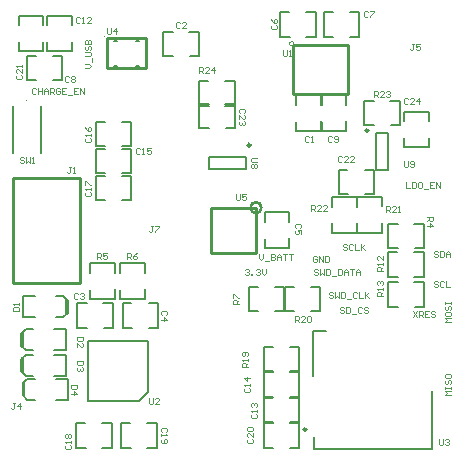
<source format=gto>
G04 Layer_Color=65535*
%FSLAX25Y25*%
%MOIN*%
G70*
G01*
G75*
%ADD28C,0.01000*%
%ADD29C,0.00600*%
%ADD47C,0.00492*%
%ADD48C,0.00984*%
%ADD49C,0.00394*%
%ADD50C,0.00787*%
%ADD51C,0.00500*%
%ADD52C,0.00300*%
D28*
X84303Y82500D02*
G03*
X84303Y82500I-1803J0D01*
G01*
X94800Y120300D02*
Y136700D01*
Y120300D02*
X113200D01*
Y136700D01*
X94800D02*
X113200D01*
X67500Y67500D02*
X82500D01*
Y82500D01*
X67500D02*
X82500D01*
X67500Y67500D02*
Y82500D01*
X1500Y92500D02*
X24000D01*
X1500Y57500D02*
Y92500D01*
Y57500D02*
X24000D01*
Y92500D01*
X45866Y128941D02*
Y138941D01*
X32866Y128941D02*
X45866D01*
X32866D02*
Y138941D01*
X45866D01*
D29*
X63595Y116366D02*
Y124634D01*
X75406Y116366D02*
Y124634D01*
X63595Y116366D02*
X66744D01*
X63595Y124634D02*
X66547D01*
X72256D02*
X75406D01*
X72256Y116366D02*
X75406D01*
X130405Y109866D02*
Y118134D01*
X118595Y109866D02*
Y118134D01*
X127256D02*
X130405D01*
X127453Y109866D02*
X130405D01*
X118595D02*
X121744D01*
X118595Y118134D02*
X121744D01*
X63595Y117134D02*
X66744D01*
X63595Y108866D02*
X66744D01*
X72453D02*
X75406D01*
X72256Y117134D02*
X75406D01*
X63595Y108866D02*
Y117134D01*
X75406Y108866D02*
Y117134D01*
X107811Y85905D02*
X116079D01*
X107811Y74094D02*
X116079D01*
X107811Y82756D02*
Y85905D01*
X116079Y82953D02*
Y85905D01*
Y74094D02*
Y77244D01*
X107811Y74094D02*
Y77244D01*
X116311Y85905D02*
X124579D01*
X116311Y74094D02*
X124579D01*
X116311Y82756D02*
Y85905D01*
X124579Y82953D02*
Y85905D01*
Y74094D02*
Y77244D01*
X116311Y74094D02*
Y77244D01*
X131866Y102539D02*
Y105689D01*
X140134Y102539D02*
Y105689D01*
Y111398D02*
Y114350D01*
X131866Y111201D02*
Y114350D01*
Y102539D02*
X140134D01*
X131866Y114350D02*
X140134D01*
X118701Y86866D02*
X121850D01*
X118701Y95134D02*
X121850D01*
X110039D02*
X112992D01*
X110039Y86866D02*
X113189D01*
X121850D02*
Y95134D01*
X110039Y86866D02*
Y95134D01*
X103905Y47866D02*
Y56134D01*
X92094Y47866D02*
Y56134D01*
X100756D02*
X103905D01*
X100953Y47866D02*
X103905D01*
X92094D02*
X95244D01*
X92094Y56134D02*
X95244D01*
X85094Y27866D02*
Y36134D01*
X96905Y27866D02*
Y36134D01*
X85094Y27866D02*
X88244D01*
X85094Y36134D02*
X88047D01*
X93756D02*
X96905D01*
X93756Y27866D02*
X96905D01*
X138406Y49366D02*
Y57634D01*
X126594Y49366D02*
Y57634D01*
X135256D02*
X138406D01*
X135453Y49366D02*
X138406D01*
X126594D02*
X129744D01*
X126594Y57634D02*
X129744D01*
X126594Y59366D02*
Y67634D01*
X138406Y59366D02*
Y67634D01*
X126594Y59366D02*
X129744D01*
X126594Y67634D02*
X129547D01*
X135256D02*
X138406D01*
X135256Y59366D02*
X138406D01*
X80094Y47866D02*
Y56134D01*
X91905Y47866D02*
Y56134D01*
X80094Y47866D02*
X83244D01*
X80094Y56134D02*
X83047D01*
X88756D02*
X91905D01*
X88756Y47866D02*
X91905D01*
X37311Y52095D02*
X45579D01*
X37311Y63906D02*
X45579D01*
Y52095D02*
Y55244D01*
X37311Y52095D02*
Y55047D01*
Y60756D02*
Y63906D01*
X45579Y60756D02*
Y63906D01*
X27311Y52095D02*
X35579D01*
X27311Y63906D02*
X35579D01*
Y52095D02*
Y55244D01*
X27311Y52095D02*
Y55047D01*
Y60756D02*
Y63906D01*
X35579Y60756D02*
Y63906D01*
X138406Y68866D02*
Y77134D01*
X126594Y68866D02*
Y77134D01*
X135256D02*
X138406D01*
X135453Y68866D02*
X138406D01*
X126594D02*
X129744D01*
X126594Y77134D02*
X129744D01*
X3366Y134539D02*
Y137689D01*
X11634Y134539D02*
Y137689D01*
Y143398D02*
Y146350D01*
X3366Y143201D02*
Y146350D01*
Y134539D02*
X11634D01*
X3366Y146350D02*
X11634D01*
X85094Y10634D02*
X88244D01*
X85094Y2366D02*
X88244D01*
X93953D02*
X96905D01*
X93756Y10634D02*
X96905D01*
X85094Y2366D02*
Y10634D01*
X96905Y2366D02*
Y10634D01*
X46201Y2366D02*
X49350D01*
X46201Y10634D02*
X49350D01*
X37539D02*
X40492D01*
X37539Y2366D02*
X40689D01*
X49350D02*
Y10634D01*
X37539Y2366D02*
Y10634D01*
X31311Y2366D02*
X34461D01*
X31311Y10634D02*
X34461D01*
X22650D02*
X25602D01*
X22650Y2366D02*
X25799D01*
X34461D02*
Y10634D01*
X22650Y2366D02*
Y10634D01*
X37756Y84866D02*
X40905D01*
X37756Y93134D02*
X40905D01*
X29094D02*
X32047D01*
X29094Y84866D02*
X32244D01*
X40905D02*
Y93134D01*
X29094Y84866D02*
Y93134D01*
X37756Y102866D02*
X40905D01*
X37756Y111134D02*
X40905D01*
X29094D02*
X32047D01*
X29094Y102866D02*
X32244D01*
X40905D02*
Y111134D01*
X29094Y102866D02*
Y111134D01*
Y102134D02*
X32244D01*
X29094Y93866D02*
X32244D01*
X37953D02*
X40905D01*
X37756Y102134D02*
X40905D01*
X29094Y93866D02*
Y102134D01*
X40905Y93866D02*
Y102134D01*
X93756Y19366D02*
X96905D01*
X93756Y27634D02*
X96905D01*
X85094D02*
X88047D01*
X85094Y19366D02*
X88244D01*
X96905D02*
Y27634D01*
X85094Y19366D02*
Y27634D01*
X93701Y10866D02*
X96850D01*
X93701Y19134D02*
X96850D01*
X85039D02*
X87992D01*
X85039Y10866D02*
X88189D01*
X96850D02*
Y19134D01*
X85039Y10866D02*
Y19134D01*
X21134Y143311D02*
Y146461D01*
X12866Y143311D02*
Y146461D01*
Y134650D02*
Y137602D01*
X21134Y134650D02*
Y137799D01*
X12866Y146461D02*
X21134D01*
X12866Y134650D02*
X21134D01*
X112634Y116756D02*
Y119905D01*
X104366Y116756D02*
Y119905D01*
Y108095D02*
Y111047D01*
X112634Y108095D02*
Y111244D01*
X104366Y119905D02*
X112634D01*
X104366Y108095D02*
X112634D01*
X6095Y133134D02*
X9244D01*
X6095Y124866D02*
X9244D01*
X14953D02*
X17906D01*
X14756Y133134D02*
X17906D01*
X6095Y124866D02*
Y133134D01*
X17906Y124866D02*
Y133134D01*
X105095Y147634D02*
X108244D01*
X105095Y139366D02*
X108244D01*
X113953D02*
X116905D01*
X113756Y147634D02*
X116905D01*
X105095Y139366D02*
Y147634D01*
X116905Y139366D02*
Y147634D01*
X99256Y139366D02*
X102406D01*
X99256Y147634D02*
X102406D01*
X90595D02*
X93547D01*
X90595Y139366D02*
X93744D01*
X102406D02*
Y147634D01*
X90595Y139366D02*
Y147634D01*
X93634Y77756D02*
Y80905D01*
X85366Y77756D02*
Y80905D01*
Y69095D02*
Y72047D01*
X93634Y69095D02*
Y72244D01*
X85366Y80905D02*
X93634D01*
X85366Y69095D02*
X93634D01*
X46701Y42366D02*
X49850D01*
X46701Y50634D02*
X49850D01*
X38039D02*
X40992D01*
X38039Y42366D02*
X41189D01*
X49850D02*
Y50634D01*
X38039Y42366D02*
Y50634D01*
X22984D02*
X26134D01*
X22984Y42366D02*
X26134D01*
X31842D02*
X34795D01*
X31646Y50634D02*
X34795D01*
X22984Y42366D02*
Y50634D01*
X34795Y42366D02*
Y50634D01*
X51595Y141134D02*
X54744D01*
X51595Y132866D02*
X54744D01*
X60453D02*
X63406D01*
X60256Y141134D02*
X63406D01*
X51595Y132866D02*
Y141134D01*
X63406Y132866D02*
Y141134D01*
X104134Y116756D02*
Y119905D01*
X95866Y116756D02*
Y119905D01*
Y108095D02*
Y111047D01*
X104134Y108095D02*
Y111244D01*
X95866Y119905D02*
X104134D01*
X95866Y108095D02*
X104134D01*
D47*
X95135Y137100D02*
G03*
X95135Y137100I-735J0D01*
G01*
D48*
X80677Y103307D02*
G03*
X80677Y103307I-492J0D01*
G01*
X119953Y108248D02*
G03*
X119953Y108248I-492J0D01*
G01*
X99354Y8543D02*
G03*
X99354Y8543I-492J0D01*
G01*
D49*
X6197Y118342D02*
G03*
X6197Y118342I-197J0D01*
G01*
X32063Y139441D02*
G03*
X32063Y139441I-197J0D01*
G01*
D50*
X66898Y95531D02*
X79102D01*
X66898Y99468D02*
X79102D01*
X66898Y95531D02*
Y99468D01*
X79102Y95531D02*
Y99468D01*
X126449Y95157D02*
Y107362D01*
X122512Y95157D02*
Y107362D01*
Y95157D02*
X126449D01*
X122512Y107362D02*
X126449D01*
X1500Y100626D02*
Y116374D01*
X10921Y100626D02*
Y116374D01*
X101815Y2089D02*
X141185D01*
X101815D02*
Y6163D01*
X141185Y2089D02*
Y21500D01*
X101500Y26500D02*
Y41500D01*
X106000D01*
X26500Y18000D02*
X43500D01*
X46500Y21000D01*
Y38000D01*
X26500Y18000D02*
Y38000D01*
X46500D01*
X35232Y138075D02*
X36217D01*
X42516D02*
X43500D01*
X35232Y129807D02*
X36217D01*
X42516D02*
X43500D01*
D51*
X5200Y19600D02*
Y24400D01*
X6300Y25500D02*
X8750D01*
X19750Y18500D02*
Y25500D01*
X15750D02*
X19750D01*
X6300Y18500D02*
X8750D01*
X15750D02*
X19750D01*
X4800Y20000D02*
X6300Y18500D01*
X4800Y20000D02*
Y24000D01*
X6300Y25500D01*
X4700Y27600D02*
Y32400D01*
X5800Y33500D02*
X8250D01*
X19250Y26500D02*
Y33500D01*
X15250D02*
X19250D01*
X5800Y26500D02*
X8250D01*
X15250D02*
X19250D01*
X4300Y28000D02*
X5800Y26500D01*
X4300Y28000D02*
Y32000D01*
X5800Y33500D01*
X4700Y36100D02*
Y40900D01*
X5800Y42000D02*
X8250D01*
X19250Y35000D02*
Y42000D01*
X15250D02*
X19250D01*
X5800Y35000D02*
X8250D01*
X15250D02*
X19250D01*
X4300Y36500D02*
X5800Y35000D01*
X4300Y36500D02*
Y40500D01*
X5800Y42000D01*
X19300Y47100D02*
Y51900D01*
X15750Y46000D02*
X18200D01*
X4750D02*
Y53000D01*
Y46000D02*
X8750D01*
X15750Y53000D02*
X18200D01*
X4750D02*
X8750D01*
X18200D02*
X19700Y51500D01*
Y47500D02*
Y51500D01*
X18200Y46000D02*
X19700Y47500D01*
D52*
X143333Y67666D02*
X143000Y67999D01*
X142333D01*
X142000Y67666D01*
Y67333D01*
X142333Y67000D01*
X143000D01*
X143333Y66666D01*
Y66333D01*
X143000Y66000D01*
X142333D01*
X142000Y66333D01*
X143999Y67999D02*
Y66000D01*
X144999D01*
X145332Y66333D01*
Y67666D01*
X144999Y67999D01*
X143999D01*
X145999Y66000D02*
Y67333D01*
X146665Y67999D01*
X147332Y67333D01*
Y66000D01*
Y67000D01*
X145999D01*
X25501Y129000D02*
X26834D01*
X27500Y129666D01*
X26834Y130333D01*
X25501D01*
X27833Y130999D02*
Y132332D01*
X25501Y132999D02*
X27167D01*
X27500Y133332D01*
Y133998D01*
X27167Y134332D01*
X25501D01*
X25834Y136331D02*
X25501Y135998D01*
Y135331D01*
X25834Y134998D01*
X26167D01*
X26500Y135331D01*
Y135998D01*
X26834Y136331D01*
X27167D01*
X27500Y135998D01*
Y135331D01*
X27167Y134998D01*
X25501Y136997D02*
X27500D01*
Y137997D01*
X27167Y138330D01*
X26834D01*
X26500Y137997D01*
Y136997D01*
Y137997D01*
X26167Y138330D01*
X25834D01*
X25501Y137997D01*
Y136997D01*
X79000Y61666D02*
X79333Y61999D01*
X80000D01*
X80333Y61666D01*
Y61333D01*
X80000Y61000D01*
X79666D01*
X80000D01*
X80333Y60666D01*
Y60333D01*
X80000Y60000D01*
X79333D01*
X79000Y60333D01*
X80999Y60000D02*
Y60333D01*
X81333D01*
Y60000D01*
X80999D01*
X82665Y61666D02*
X82999Y61999D01*
X83665D01*
X83998Y61666D01*
Y61333D01*
X83665Y61000D01*
X83332D01*
X83665D01*
X83998Y60666D01*
Y60333D01*
X83665Y60000D01*
X82999D01*
X82665Y60333D01*
X84665Y61999D02*
Y60666D01*
X85331Y60000D01*
X85998Y60666D01*
Y61999D01*
X83500Y66999D02*
Y65666D01*
X84166Y65000D01*
X84833Y65666D01*
Y66999D01*
X85499Y64667D02*
X86832D01*
X87499Y66999D02*
Y65000D01*
X88498D01*
X88832Y65333D01*
Y65666D01*
X88498Y66000D01*
X87499D01*
X88498D01*
X88832Y66333D01*
Y66666D01*
X88498Y66999D01*
X87499D01*
X89498Y65000D02*
Y66333D01*
X90165Y66999D01*
X90831Y66333D01*
Y65000D01*
Y66000D01*
X89498D01*
X91497Y66999D02*
X92830D01*
X92164D01*
Y65000D01*
X93497Y66999D02*
X94830D01*
X94163D01*
Y65000D01*
X9333Y122166D02*
X9000Y122499D01*
X8333D01*
X8000Y122166D01*
Y120833D01*
X8333Y120500D01*
X9000D01*
X9333Y120833D01*
X9999Y122499D02*
Y120500D01*
Y121500D01*
X11332D01*
Y122499D01*
Y120500D01*
X11999D02*
Y121833D01*
X12665Y122499D01*
X13332Y121833D01*
Y120500D01*
Y121500D01*
X11999D01*
X13998Y120500D02*
Y122499D01*
X14998D01*
X15331Y122166D01*
Y121500D01*
X14998Y121167D01*
X13998D01*
X14664D02*
X15331Y120500D01*
X17330Y122166D02*
X16997Y122499D01*
X16331D01*
X15997Y122166D01*
Y120833D01*
X16331Y120500D01*
X16997D01*
X17330Y120833D01*
Y121500D01*
X16664D01*
X19330Y122499D02*
X17997D01*
Y120500D01*
X19330D01*
X17997Y121500D02*
X18663D01*
X19996Y120167D02*
X21329D01*
X23328Y122499D02*
X21995D01*
Y120500D01*
X23328D01*
X21995Y121500D02*
X22662D01*
X23995Y120500D02*
Y122499D01*
X25328Y120500D01*
Y122499D01*
X132500Y90999D02*
Y89000D01*
X133833D01*
X134499Y90999D02*
Y89000D01*
X135499D01*
X135832Y89333D01*
Y90666D01*
X135499Y90999D01*
X134499D01*
X137498D02*
X136832D01*
X136499Y90666D01*
Y89333D01*
X136832Y89000D01*
X137498D01*
X137832Y89333D01*
Y90666D01*
X137498Y90999D01*
X138498Y88667D02*
X139831D01*
X141830Y90999D02*
X140497D01*
Y89000D01*
X141830D01*
X140497Y90000D02*
X141164D01*
X142497Y89000D02*
Y90999D01*
X143830Y89000D01*
Y90999D01*
X102833Y66166D02*
X102500Y66499D01*
X101833D01*
X101500Y66166D01*
Y64833D01*
X101833Y64500D01*
X102500D01*
X102833Y64833D01*
Y65500D01*
X102166D01*
X103499Y64500D02*
Y66499D01*
X104832Y64500D01*
Y66499D01*
X105499D02*
Y64500D01*
X106498D01*
X106832Y64833D01*
Y66166D01*
X106498Y66499D01*
X105499D01*
X108333Y54166D02*
X108000Y54499D01*
X107333D01*
X107000Y54166D01*
Y53833D01*
X107333Y53500D01*
X108000D01*
X108333Y53166D01*
Y52833D01*
X108000Y52500D01*
X107333D01*
X107000Y52833D01*
X108999Y54499D02*
Y52500D01*
X109666Y53166D01*
X110332Y52500D01*
Y54499D01*
X110999D02*
Y52500D01*
X111998D01*
X112332Y52833D01*
Y54166D01*
X111998Y54499D01*
X110999D01*
X112998Y52167D02*
X114331D01*
X116330Y54166D02*
X115997Y54499D01*
X115331D01*
X114997Y54166D01*
Y52833D01*
X115331Y52500D01*
X115997D01*
X116330Y52833D01*
X116997Y54499D02*
Y52500D01*
X118330D01*
X118996Y54499D02*
Y52500D01*
Y53166D01*
X120329Y54499D01*
X119329Y53500D01*
X120329Y52500D01*
X143333Y57666D02*
X143000Y57999D01*
X142333D01*
X142000Y57666D01*
Y57333D01*
X142333Y57000D01*
X143000D01*
X143333Y56666D01*
Y56333D01*
X143000Y56000D01*
X142333D01*
X142000Y56333D01*
X145332Y57666D02*
X144999Y57999D01*
X144333D01*
X143999Y57666D01*
Y56333D01*
X144333Y56000D01*
X144999D01*
X145332Y56333D01*
X145999Y57999D02*
Y56000D01*
X147332D01*
X103333Y61666D02*
X103000Y61999D01*
X102333D01*
X102000Y61666D01*
Y61333D01*
X102333Y61000D01*
X103000D01*
X103333Y60666D01*
Y60333D01*
X103000Y60000D01*
X102333D01*
X102000Y60333D01*
X103999Y61999D02*
Y60000D01*
X104666Y60666D01*
X105332Y60000D01*
Y61999D01*
X105999D02*
Y60000D01*
X106998D01*
X107332Y60333D01*
Y61666D01*
X106998Y61999D01*
X105999D01*
X107998Y59667D02*
X109331D01*
X109997Y61999D02*
Y60000D01*
X110997D01*
X111330Y60333D01*
Y61666D01*
X110997Y61999D01*
X109997D01*
X111997Y60000D02*
Y61333D01*
X112663Y61999D01*
X113330Y61333D01*
Y60000D01*
Y61000D01*
X111997D01*
X113996Y61999D02*
X115329D01*
X114663D01*
Y60000D01*
X115996D02*
Y61333D01*
X116662Y61999D01*
X117328Y61333D01*
Y60000D01*
Y61000D01*
X115996D01*
X135000Y47999D02*
X136333Y46000D01*
Y47999D02*
X135000Y46000D01*
X136999D02*
Y47999D01*
X137999D01*
X138332Y47666D01*
Y47000D01*
X137999Y46666D01*
X136999D01*
X137666D02*
X138332Y46000D01*
X140332Y47999D02*
X138999D01*
Y46000D01*
X140332D01*
X138999Y47000D02*
X139665D01*
X142331Y47666D02*
X141998Y47999D01*
X141331D01*
X140998Y47666D01*
Y47333D01*
X141331Y47000D01*
X141998D01*
X142331Y46666D01*
Y46333D01*
X141998Y46000D01*
X141331D01*
X140998Y46333D01*
X112833Y70166D02*
X112500Y70499D01*
X111833D01*
X111500Y70166D01*
Y69833D01*
X111833Y69500D01*
X112500D01*
X112833Y69166D01*
Y68833D01*
X112500Y68500D01*
X111833D01*
X111500Y68833D01*
X114832Y70166D02*
X114499Y70499D01*
X113833D01*
X113499Y70166D01*
Y68833D01*
X113833Y68500D01*
X114499D01*
X114832Y68833D01*
X115499Y70499D02*
Y68500D01*
X116832D01*
X117498Y70499D02*
Y68500D01*
Y69166D01*
X118831Y70499D01*
X117831Y69500D01*
X118831Y68500D01*
X111833Y49166D02*
X111500Y49499D01*
X110833D01*
X110500Y49166D01*
Y48833D01*
X110833Y48500D01*
X111500D01*
X111833Y48166D01*
Y47833D01*
X111500Y47500D01*
X110833D01*
X110500Y47833D01*
X112499Y49499D02*
Y47500D01*
X113499D01*
X113832Y47833D01*
Y49166D01*
X113499Y49499D01*
X112499D01*
X114499Y47167D02*
X115832D01*
X117831Y49166D02*
X117498Y49499D01*
X116831D01*
X116498Y49166D01*
Y47833D01*
X116831Y47500D01*
X117498D01*
X117831Y47833D01*
X119830Y49166D02*
X119497Y49499D01*
X118831D01*
X118497Y49166D01*
Y48833D01*
X118831Y48500D01*
X119497D01*
X119830Y48166D01*
Y47833D01*
X119497Y47500D01*
X118831D01*
X118497Y47833D01*
X147500Y44500D02*
X145501D01*
X146167Y45166D01*
X145501Y45833D01*
X147500D01*
X145501Y47499D02*
Y46833D01*
X145834Y46499D01*
X147167D01*
X147500Y46833D01*
Y47499D01*
X147167Y47832D01*
X145834D01*
X145501Y47499D01*
X145834Y49832D02*
X145501Y49498D01*
Y48832D01*
X145834Y48499D01*
X146167D01*
X146500Y48832D01*
Y49498D01*
X146834Y49832D01*
X147167D01*
X147500Y49498D01*
Y48832D01*
X147167Y48499D01*
X145501Y50498D02*
Y51165D01*
Y50831D01*
X147500D01*
Y50498D01*
Y51165D01*
Y20000D02*
X145501D01*
X146167Y20666D01*
X145501Y21333D01*
X147500D01*
X145501Y21999D02*
Y22666D01*
Y22333D01*
X147500D01*
Y21999D01*
Y22666D01*
X145834Y24998D02*
X145501Y24665D01*
Y23999D01*
X145834Y23665D01*
X146167D01*
X146500Y23999D01*
Y24665D01*
X146834Y24998D01*
X147167D01*
X147500Y24665D01*
Y23999D01*
X147167Y23665D01*
X145501Y26665D02*
Y25998D01*
X145834Y25665D01*
X147167D01*
X147500Y25998D01*
Y26665D01*
X147167Y26998D01*
X145834D01*
X145501Y26665D01*
X63600Y127200D02*
Y129199D01*
X64600D01*
X64933Y128866D01*
Y128200D01*
X64600Y127866D01*
X63600D01*
X64266D02*
X64933Y127200D01*
X66932D02*
X65599D01*
X66932Y128533D01*
Y128866D01*
X66599Y129199D01*
X65933D01*
X65599Y128866D01*
X68598Y127200D02*
Y129199D01*
X67599Y128200D01*
X68932D01*
X122000Y119500D02*
Y121499D01*
X123000D01*
X123333Y121166D01*
Y120500D01*
X123000Y120167D01*
X122000D01*
X122667D02*
X123333Y119500D01*
X125332D02*
X123999D01*
X125332Y120833D01*
Y121166D01*
X124999Y121499D01*
X124333D01*
X123999Y121166D01*
X125999D02*
X126332Y121499D01*
X126998D01*
X127332Y121166D01*
Y120833D01*
X126998Y120500D01*
X126665D01*
X126998D01*
X127332Y120167D01*
Y119833D01*
X126998Y119500D01*
X126332D01*
X125999Y119833D01*
X78611Y114167D02*
X78944Y114500D01*
Y115167D01*
X78611Y115500D01*
X77278D01*
X76945Y115167D01*
Y114500D01*
X77278Y114167D01*
X76945Y112168D02*
Y113501D01*
X78278Y112168D01*
X78611D01*
X78944Y112501D01*
Y113167D01*
X78611Y113501D01*
Y111501D02*
X78944Y111168D01*
Y110502D01*
X78611Y110168D01*
X78278D01*
X77945Y110502D01*
Y110835D01*
Y110502D01*
X77611Y110168D01*
X77278D01*
X76945Y110502D01*
Y111168D01*
X77278Y111501D01*
X82999Y99000D02*
X81333D01*
X81000Y98667D01*
Y98000D01*
X81333Y97667D01*
X82999D01*
X82666Y97001D02*
X82999Y96667D01*
Y96001D01*
X82666Y95668D01*
X82333D01*
X82000Y96001D01*
X81666Y95668D01*
X81333D01*
X81000Y96001D01*
Y96667D01*
X81333Y97001D01*
X81666D01*
X82000Y96667D01*
X82333Y97001D01*
X82666D01*
X82000Y96667D02*
Y96001D01*
X101000Y81500D02*
Y83499D01*
X102000D01*
X102333Y83166D01*
Y82500D01*
X102000Y82166D01*
X101000D01*
X101666D02*
X102333Y81500D01*
X104332D02*
X102999D01*
X104332Y82833D01*
Y83166D01*
X103999Y83499D01*
X103333D01*
X102999Y83166D01*
X106332Y81500D02*
X104999D01*
X106332Y82833D01*
Y83166D01*
X105998Y83499D01*
X105332D01*
X104999Y83166D01*
X126000Y81000D02*
Y82999D01*
X127000D01*
X127333Y82666D01*
Y82000D01*
X127000Y81666D01*
X126000D01*
X126666D02*
X127333Y81000D01*
X129332D02*
X127999D01*
X129332Y82333D01*
Y82666D01*
X128999Y82999D01*
X128333D01*
X127999Y82666D01*
X129999Y81000D02*
X130665D01*
X130332D01*
Y82999D01*
X129999Y82666D01*
X132000Y97999D02*
Y96333D01*
X132333Y96000D01*
X133000D01*
X133333Y96333D01*
Y97999D01*
X133999Y96333D02*
X134333Y96000D01*
X134999D01*
X135332Y96333D01*
Y97666D01*
X134999Y97999D01*
X134333D01*
X133999Y97666D01*
Y97333D01*
X134333Y97000D01*
X135332D01*
X133233Y118666D02*
X132900Y118999D01*
X132233D01*
X131900Y118666D01*
Y117333D01*
X132233Y117000D01*
X132900D01*
X133233Y117333D01*
X135232Y117000D02*
X133899D01*
X135232Y118333D01*
Y118666D01*
X134899Y118999D01*
X134233D01*
X133899Y118666D01*
X136898Y117000D02*
Y118999D01*
X135899Y118000D01*
X137232D01*
X111333Y99366D02*
X111000Y99699D01*
X110333D01*
X110000Y99366D01*
Y98033D01*
X110333Y97700D01*
X111000D01*
X111333Y98033D01*
X113332Y97700D02*
X111999D01*
X113332Y99033D01*
Y99366D01*
X112999Y99699D01*
X112333D01*
X111999Y99366D01*
X115332Y97700D02*
X113999D01*
X115332Y99033D01*
Y99366D01*
X114998Y99699D01*
X114332D01*
X113999Y99366D01*
X5333Y99166D02*
X5000Y99499D01*
X4333D01*
X4000Y99166D01*
Y98833D01*
X4333Y98500D01*
X5000D01*
X5333Y98166D01*
Y97833D01*
X5000Y97500D01*
X4333D01*
X4000Y97833D01*
X5999Y99499D02*
Y97500D01*
X6666Y98166D01*
X7332Y97500D01*
Y99499D01*
X7999Y97500D02*
X8665D01*
X8332D01*
Y99499D01*
X7999Y99166D01*
X76000Y86999D02*
Y85333D01*
X76333Y85000D01*
X77000D01*
X77333Y85333D01*
Y86999D01*
X79332D02*
X77999D01*
Y86000D01*
X78666Y86333D01*
X78999D01*
X79332Y86000D01*
Y85333D01*
X78999Y85000D01*
X78333D01*
X77999Y85333D01*
X143500Y5499D02*
Y3833D01*
X143833Y3500D01*
X144500D01*
X144833Y3833D01*
Y5499D01*
X145499Y5166D02*
X145833Y5499D01*
X146499D01*
X146832Y5166D01*
Y4833D01*
X146499Y4500D01*
X146166D01*
X146499D01*
X146832Y4166D01*
Y3833D01*
X146499Y3500D01*
X145833D01*
X145499Y3833D01*
X47000Y18999D02*
Y17333D01*
X47333Y17000D01*
X48000D01*
X48333Y17333D01*
Y18999D01*
X50332Y17000D02*
X48999D01*
X50332Y18333D01*
Y18666D01*
X49999Y18999D01*
X49333D01*
X48999Y18666D01*
X91500Y134999D02*
Y133333D01*
X91833Y133000D01*
X92500D01*
X92833Y133333D01*
Y134999D01*
X93499Y133000D02*
X94166D01*
X93833D01*
Y134999D01*
X93499Y134666D01*
X95500Y44500D02*
Y46499D01*
X96500D01*
X96833Y46166D01*
Y45500D01*
X96500Y45166D01*
X95500D01*
X96166D02*
X96833Y44500D01*
X98832D02*
X97499D01*
X98832Y45833D01*
Y46166D01*
X98499Y46499D01*
X97833D01*
X97499Y46166D01*
X99499D02*
X99832Y46499D01*
X100498D01*
X100832Y46166D01*
Y44833D01*
X100498Y44500D01*
X99832D01*
X99499Y44833D01*
Y46166D01*
X80000Y29500D02*
X78001D01*
Y30500D01*
X78334Y30833D01*
X79000D01*
X79334Y30500D01*
Y29500D01*
Y30166D02*
X80000Y30833D01*
Y31499D02*
Y32166D01*
Y31833D01*
X78001D01*
X78334Y31499D01*
X79667Y33165D02*
X80000Y33499D01*
Y34165D01*
X79667Y34498D01*
X78334D01*
X78001Y34165D01*
Y33499D01*
X78334Y33165D01*
X78667D01*
X79000Y33499D01*
Y34498D01*
X125000Y53000D02*
X123001D01*
Y54000D01*
X123334Y54333D01*
X124000D01*
X124334Y54000D01*
Y53000D01*
Y53666D02*
X125000Y54333D01*
Y54999D02*
Y55666D01*
Y55333D01*
X123001D01*
X123334Y54999D01*
Y56665D02*
X123001Y56999D01*
Y57665D01*
X123334Y57998D01*
X123667D01*
X124000Y57665D01*
Y57332D01*
Y57665D01*
X124334Y57998D01*
X124667D01*
X125000Y57665D01*
Y56999D01*
X124667Y56665D01*
X125000Y61500D02*
X123001D01*
Y62500D01*
X123334Y62833D01*
X124000D01*
X124334Y62500D01*
Y61500D01*
Y62166D02*
X125000Y62833D01*
Y63499D02*
Y64166D01*
Y63833D01*
X123001D01*
X123334Y63499D01*
X125000Y66498D02*
Y65166D01*
X123667Y66498D01*
X123334D01*
X123001Y66165D01*
Y65499D01*
X123334Y65166D01*
X77000Y50500D02*
X75001D01*
Y51500D01*
X75334Y51833D01*
X76000D01*
X76334Y51500D01*
Y50500D01*
Y51166D02*
X77000Y51833D01*
X75001Y52499D02*
Y53832D01*
X75334D01*
X76667Y52499D01*
X77000D01*
X39500Y65500D02*
Y67499D01*
X40500D01*
X40833Y67166D01*
Y66500D01*
X40500Y66166D01*
X39500D01*
X40166D02*
X40833Y65500D01*
X42832Y67499D02*
X42166Y67166D01*
X41499Y66500D01*
Y65833D01*
X41833Y65500D01*
X42499D01*
X42832Y65833D01*
Y66166D01*
X42499Y66500D01*
X41499D01*
X29500Y65500D02*
Y67499D01*
X30500D01*
X30833Y67166D01*
Y66500D01*
X30500Y66166D01*
X29500D01*
X30166D02*
X30833Y65500D01*
X32832Y67499D02*
X31499D01*
Y66500D01*
X32166Y66833D01*
X32499D01*
X32832Y66500D01*
Y65833D01*
X32499Y65500D01*
X31833D01*
X31499Y65833D01*
X139500Y79500D02*
X141499D01*
Y78500D01*
X141166Y78167D01*
X140500D01*
X140166Y78500D01*
Y79500D01*
Y78834D02*
X139500Y78167D01*
Y76501D02*
X141499D01*
X140500Y77501D01*
Y76168D01*
X20833Y95999D02*
X20166D01*
X20500D01*
Y94333D01*
X20166Y94000D01*
X19833D01*
X19500Y94333D01*
X21499Y94000D02*
X22166D01*
X21833D01*
Y95999D01*
X21499Y95666D01*
X22999Y23500D02*
X21000D01*
Y22500D01*
X21333Y22167D01*
X22666D01*
X22999Y22500D01*
Y23500D01*
X21000Y20501D02*
X22999D01*
X22000Y21501D01*
Y20168D01*
X24999Y31500D02*
X23000D01*
Y30500D01*
X23333Y30167D01*
X24666D01*
X24999Y30500D01*
Y31500D01*
X24666Y29501D02*
X24999Y29167D01*
Y28501D01*
X24666Y28168D01*
X24333D01*
X24000Y28501D01*
Y28834D01*
Y28501D01*
X23666Y28168D01*
X23333D01*
X23000Y28501D01*
Y29167D01*
X23333Y29501D01*
X24999Y39500D02*
X23000D01*
Y38500D01*
X23333Y38167D01*
X24666D01*
X24999Y38500D01*
Y39500D01*
X23000Y36168D02*
Y37501D01*
X24333Y36168D01*
X24666D01*
X24999Y36501D01*
Y37167D01*
X24666Y37501D01*
X1501Y48000D02*
X3500D01*
Y49000D01*
X3167Y49333D01*
X1834D01*
X1501Y49000D01*
Y48000D01*
X3500Y49999D02*
Y50666D01*
Y50333D01*
X1501D01*
X1834Y49999D01*
X2834Y126833D02*
X2501Y126500D01*
Y125833D01*
X2834Y125500D01*
X4167D01*
X4500Y125833D01*
Y126500D01*
X4167Y126833D01*
X4500Y128832D02*
Y127499D01*
X3167Y128832D01*
X2834D01*
X2501Y128499D01*
Y127833D01*
X2834Y127499D01*
X4500Y129499D02*
Y130165D01*
Y129832D01*
X2501D01*
X2834Y129499D01*
X79834Y5333D02*
X79501Y5000D01*
Y4333D01*
X79834Y4000D01*
X81167D01*
X81500Y4333D01*
Y5000D01*
X81167Y5333D01*
X81500Y7332D02*
Y5999D01*
X80167Y7332D01*
X79834D01*
X79501Y6999D01*
Y6333D01*
X79834Y5999D01*
Y7999D02*
X79501Y8332D01*
Y8998D01*
X79834Y9332D01*
X81167D01*
X81500Y8998D01*
Y8332D01*
X81167Y7999D01*
X79834D01*
X52666Y7667D02*
X52999Y8000D01*
Y8667D01*
X52666Y9000D01*
X51333D01*
X51000Y8667D01*
Y8000D01*
X51333Y7667D01*
X51000Y7001D02*
Y6334D01*
Y6667D01*
X52999D01*
X52666Y7001D01*
X51333Y5334D02*
X51000Y5001D01*
Y4335D01*
X51333Y4002D01*
X52666D01*
X52999Y4335D01*
Y5001D01*
X52666Y5334D01*
X52333D01*
X52000Y5001D01*
Y4002D01*
X19334Y3333D02*
X19001Y3000D01*
Y2333D01*
X19334Y2000D01*
X20667D01*
X21000Y2333D01*
Y3000D01*
X20667Y3333D01*
X21000Y3999D02*
Y4666D01*
Y4333D01*
X19001D01*
X19334Y3999D01*
Y5666D02*
X19001Y5999D01*
Y6665D01*
X19334Y6998D01*
X19667D01*
X20000Y6665D01*
X20334Y6998D01*
X20667D01*
X21000Y6665D01*
Y5999D01*
X20667Y5666D01*
X20334D01*
X20000Y5999D01*
X19667Y5666D01*
X19334D01*
X20000Y5999D02*
Y6665D01*
X25889Y87833D02*
X25556Y87500D01*
Y86833D01*
X25889Y86500D01*
X27222D01*
X27555Y86833D01*
Y87500D01*
X27222Y87833D01*
X27555Y88499D02*
Y89166D01*
Y88833D01*
X25556D01*
X25889Y88499D01*
X25556Y90166D02*
Y91498D01*
X25889D01*
X27222Y90166D01*
X27555D01*
X25834Y105833D02*
X25501Y105500D01*
Y104833D01*
X25834Y104500D01*
X27167D01*
X27500Y104833D01*
Y105500D01*
X27167Y105833D01*
X27500Y106499D02*
Y107166D01*
Y106833D01*
X25501D01*
X25834Y106499D01*
X25501Y109498D02*
X25834Y108832D01*
X26500Y108166D01*
X27167D01*
X27500Y108499D01*
Y109165D01*
X27167Y109498D01*
X26834D01*
X26500Y109165D01*
Y108166D01*
X43833Y102166D02*
X43500Y102499D01*
X42833D01*
X42500Y102166D01*
Y100833D01*
X42833Y100500D01*
X43500D01*
X43833Y100833D01*
X44499Y100500D02*
X45166D01*
X44833D01*
Y102499D01*
X44499Y102166D01*
X47498Y102499D02*
X46165D01*
Y101500D01*
X46832Y101833D01*
X47165D01*
X47498Y101500D01*
Y100833D01*
X47165Y100500D01*
X46499D01*
X46165Y100833D01*
X78834Y22333D02*
X78501Y22000D01*
Y21333D01*
X78834Y21000D01*
X80167D01*
X80500Y21333D01*
Y22000D01*
X80167Y22333D01*
X80500Y22999D02*
Y23666D01*
Y23333D01*
X78501D01*
X78834Y22999D01*
X80500Y25665D02*
X78501D01*
X79500Y24666D01*
Y25998D01*
X81334Y13833D02*
X81001Y13500D01*
Y12833D01*
X81334Y12500D01*
X82667D01*
X83000Y12833D01*
Y13500D01*
X82667Y13833D01*
X83000Y14499D02*
Y15166D01*
Y14833D01*
X81001D01*
X81334Y14499D01*
Y16165D02*
X81001Y16499D01*
Y17165D01*
X81334Y17498D01*
X81667D01*
X82000Y17165D01*
Y16832D01*
Y17165D01*
X82334Y17498D01*
X82667D01*
X83000Y17165D01*
Y16499D01*
X82667Y16165D01*
X23833Y145666D02*
X23500Y145999D01*
X22833D01*
X22500Y145666D01*
Y144333D01*
X22833Y144000D01*
X23500D01*
X23833Y144333D01*
X24499Y144000D02*
X25166D01*
X24833D01*
Y145999D01*
X24499Y145666D01*
X27498Y144000D02*
X26166D01*
X27498Y145333D01*
Y145666D01*
X27165Y145999D01*
X26499D01*
X26166Y145666D01*
X107833Y106166D02*
X107500Y106499D01*
X106833D01*
X106500Y106166D01*
Y104833D01*
X106833Y104500D01*
X107500D01*
X107833Y104833D01*
X108499D02*
X108833Y104500D01*
X109499D01*
X109832Y104833D01*
Y106166D01*
X109499Y106499D01*
X108833D01*
X108499Y106166D01*
Y105833D01*
X108833Y105500D01*
X109832D01*
X20333Y126166D02*
X20000Y126499D01*
X19333D01*
X19000Y126166D01*
Y124833D01*
X19333Y124500D01*
X20000D01*
X20333Y124833D01*
X20999Y126166D02*
X21333Y126499D01*
X21999D01*
X22332Y126166D01*
Y125833D01*
X21999Y125500D01*
X22332Y125166D01*
Y124833D01*
X21999Y124500D01*
X21333D01*
X20999Y124833D01*
Y125166D01*
X21333Y125500D01*
X20999Y125833D01*
Y126166D01*
X21333Y125500D02*
X21999D01*
X119833Y147666D02*
X119500Y147999D01*
X118833D01*
X118500Y147666D01*
Y146333D01*
X118833Y146000D01*
X119500D01*
X119833Y146333D01*
X120499Y147999D02*
X121832D01*
Y147666D01*
X120499Y146333D01*
Y146000D01*
X87834Y143333D02*
X87501Y143000D01*
Y142333D01*
X87834Y142000D01*
X89167D01*
X89500Y142333D01*
Y143000D01*
X89167Y143333D01*
X87501Y145332D02*
X87834Y144666D01*
X88500Y143999D01*
X89167D01*
X89500Y144333D01*
Y144999D01*
X89167Y145332D01*
X88834D01*
X88500Y144999D01*
Y143999D01*
X97166Y75667D02*
X97499Y76000D01*
Y76667D01*
X97166Y77000D01*
X95833D01*
X95500Y76667D01*
Y76000D01*
X95833Y75667D01*
X97499Y73668D02*
Y75001D01*
X96500D01*
X96833Y74334D01*
Y74001D01*
X96500Y73668D01*
X95833D01*
X95500Y74001D01*
Y74667D01*
X95833Y75001D01*
X52666Y46667D02*
X52999Y47000D01*
Y47667D01*
X52666Y48000D01*
X51333D01*
X51000Y47667D01*
Y47000D01*
X51333Y46667D01*
X51000Y45001D02*
X52999D01*
X52000Y46001D01*
Y44668D01*
X23333Y53666D02*
X23000Y53999D01*
X22333D01*
X22000Y53666D01*
Y52333D01*
X22333Y52000D01*
X23000D01*
X23333Y52333D01*
X23999Y53666D02*
X24333Y53999D01*
X24999D01*
X25332Y53666D01*
Y53333D01*
X24999Y53000D01*
X24666D01*
X24999D01*
X25332Y52666D01*
Y52333D01*
X24999Y52000D01*
X24333D01*
X23999Y52333D01*
X57333Y144166D02*
X57000Y144499D01*
X56333D01*
X56000Y144166D01*
Y142833D01*
X56333Y142500D01*
X57000D01*
X57333Y142833D01*
X59332Y142500D02*
X57999D01*
X59332Y143833D01*
Y144166D01*
X58999Y144499D01*
X58333D01*
X57999Y144166D01*
X100333Y106166D02*
X100000Y106499D01*
X99333D01*
X99000Y106166D01*
Y104833D01*
X99333Y104500D01*
X100000D01*
X100333Y104833D01*
X100999Y104500D02*
X101666D01*
X101333D01*
Y106499D01*
X100999Y106166D01*
X33000Y142499D02*
Y140833D01*
X33333Y140500D01*
X34000D01*
X34333Y140833D01*
Y142499D01*
X35999Y140500D02*
Y142499D01*
X34999Y141500D01*
X36332D01*
X2333Y17499D02*
X1667D01*
X2000D01*
Y15833D01*
X1667Y15500D01*
X1333D01*
X1000Y15833D01*
X3999Y15500D02*
Y17499D01*
X2999Y16500D01*
X4332D01*
X135333Y136999D02*
X134667D01*
X135000D01*
Y135333D01*
X134667Y135000D01*
X134333D01*
X134000Y135333D01*
X137332Y136999D02*
X135999D01*
Y136000D01*
X136666Y136333D01*
X136999D01*
X137332Y136000D01*
Y135333D01*
X136999Y135000D01*
X136333D01*
X135999Y135333D01*
X48333Y76499D02*
X47666D01*
X48000D01*
Y74833D01*
X47666Y74500D01*
X47333D01*
X47000Y74833D01*
X48999Y76499D02*
X50332D01*
Y76166D01*
X48999Y74833D01*
Y74500D01*
M02*

</source>
